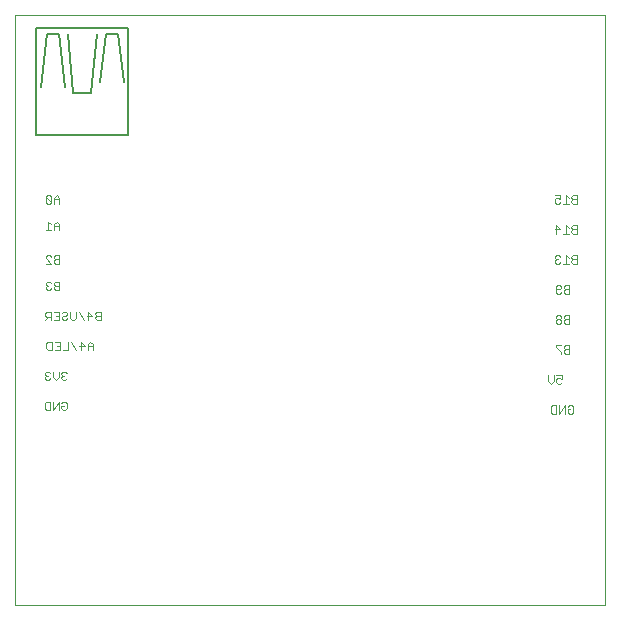
<source format=gbo>
G75*
%MOIN*%
%OFA0B0*%
%FSLAX25Y25*%
%IPPOS*%
%LPD*%
%AMOC8*
5,1,8,0,0,1.08239X$1,22.5*
%
%ADD10C,0.00000*%
%ADD11C,0.00300*%
%ADD12C,0.00500*%
D10*
X0001000Y0001800D02*
X0001000Y0198650D01*
X0197850Y0198650D01*
X0197850Y0001800D01*
X0001000Y0001800D01*
D11*
X0011474Y0066950D02*
X0011024Y0067400D01*
X0011024Y0069202D01*
X0011474Y0069652D01*
X0012825Y0069652D01*
X0012825Y0066950D01*
X0011474Y0066950D01*
X0013786Y0066950D02*
X0013786Y0069652D01*
X0015588Y0069652D02*
X0013786Y0066950D01*
X0015588Y0066950D02*
X0015588Y0069652D01*
X0016548Y0069202D02*
X0016999Y0069652D01*
X0017900Y0069652D01*
X0018350Y0069202D01*
X0018350Y0067400D01*
X0017900Y0066950D01*
X0016999Y0066950D01*
X0016548Y0067400D01*
X0016548Y0068301D01*
X0017449Y0068301D01*
X0016999Y0076950D02*
X0017900Y0076950D01*
X0018350Y0077400D01*
X0017449Y0078301D02*
X0016999Y0078301D01*
X0016548Y0077851D01*
X0016548Y0077400D01*
X0016999Y0076950D01*
X0016999Y0078301D02*
X0016548Y0078752D01*
X0016548Y0079202D01*
X0016999Y0079652D01*
X0017900Y0079652D01*
X0018350Y0079202D01*
X0015588Y0079652D02*
X0015588Y0077851D01*
X0014687Y0076950D01*
X0013786Y0077851D01*
X0013786Y0079652D01*
X0012825Y0079202D02*
X0012375Y0079652D01*
X0011474Y0079652D01*
X0011024Y0079202D01*
X0011024Y0078752D01*
X0011474Y0078301D01*
X0011024Y0077851D01*
X0011024Y0077400D01*
X0011474Y0076950D01*
X0012375Y0076950D01*
X0012825Y0077400D01*
X0011925Y0078301D02*
X0011474Y0078301D01*
X0011937Y0086950D02*
X0011487Y0087400D01*
X0011487Y0089202D01*
X0011937Y0089652D01*
X0013288Y0089652D01*
X0013288Y0086950D01*
X0011937Y0086950D01*
X0014249Y0086950D02*
X0016051Y0086950D01*
X0016051Y0089652D01*
X0014249Y0089652D01*
X0015150Y0088301D02*
X0016051Y0088301D01*
X0017011Y0086950D02*
X0018813Y0086950D01*
X0018813Y0089652D01*
X0019774Y0089652D02*
X0021575Y0086950D01*
X0022987Y0086950D02*
X0022987Y0089652D01*
X0024338Y0088301D01*
X0022536Y0088301D01*
X0025298Y0088301D02*
X0027100Y0088301D01*
X0027100Y0088752D02*
X0026199Y0089652D01*
X0025298Y0088752D01*
X0025298Y0086950D01*
X0027100Y0086950D02*
X0027100Y0088752D01*
X0028249Y0096950D02*
X0027798Y0097400D01*
X0027798Y0097851D01*
X0028249Y0098301D01*
X0029600Y0098301D01*
X0029600Y0096950D02*
X0029600Y0099652D01*
X0028249Y0099652D01*
X0027798Y0099202D01*
X0027798Y0098752D01*
X0028249Y0098301D01*
X0028249Y0096950D02*
X0029600Y0096950D01*
X0026838Y0098301D02*
X0025036Y0098301D01*
X0025487Y0096950D02*
X0025487Y0099652D01*
X0026838Y0098301D01*
X0024075Y0096950D02*
X0022274Y0099652D01*
X0021313Y0099652D02*
X0021313Y0097400D01*
X0020863Y0096950D01*
X0019962Y0096950D01*
X0019511Y0097400D01*
X0019511Y0099652D01*
X0018551Y0099202D02*
X0018551Y0098752D01*
X0018100Y0098301D01*
X0017199Y0098301D01*
X0016749Y0097851D01*
X0016749Y0097400D01*
X0017199Y0096950D01*
X0018100Y0096950D01*
X0018551Y0097400D01*
X0018551Y0099202D02*
X0018100Y0099652D01*
X0017199Y0099652D01*
X0016749Y0099202D01*
X0015788Y0099652D02*
X0015788Y0096950D01*
X0013987Y0096950D01*
X0013026Y0096950D02*
X0013026Y0099652D01*
X0011675Y0099652D01*
X0011224Y0099202D01*
X0011224Y0098301D01*
X0011675Y0097851D01*
X0013026Y0097851D01*
X0012125Y0097851D02*
X0011224Y0096950D01*
X0013987Y0099652D02*
X0015788Y0099652D01*
X0015788Y0098301D02*
X0014887Y0098301D01*
X0014499Y0106950D02*
X0015850Y0106950D01*
X0015850Y0109652D01*
X0014499Y0109652D01*
X0014048Y0109202D01*
X0014048Y0108752D01*
X0014499Y0108301D01*
X0015850Y0108301D01*
X0014499Y0108301D02*
X0014048Y0107851D01*
X0014048Y0107400D01*
X0014499Y0106950D01*
X0013088Y0107400D02*
X0012637Y0106950D01*
X0011737Y0106950D01*
X0011286Y0107400D01*
X0011286Y0107851D01*
X0011737Y0108301D01*
X0012187Y0108301D01*
X0011737Y0108301D02*
X0011286Y0108752D01*
X0011286Y0109202D01*
X0011737Y0109652D01*
X0012637Y0109652D01*
X0013088Y0109202D01*
X0013088Y0115700D02*
X0011286Y0115700D01*
X0011286Y0117502D02*
X0011286Y0117952D01*
X0011737Y0118402D01*
X0012637Y0118402D01*
X0013088Y0117952D01*
X0014048Y0117952D02*
X0014048Y0117502D01*
X0014499Y0117051D01*
X0015850Y0117051D01*
X0015850Y0115700D02*
X0015850Y0118402D01*
X0014499Y0118402D01*
X0014048Y0117952D01*
X0014499Y0117051D02*
X0014048Y0116601D01*
X0014048Y0116150D01*
X0014499Y0115700D01*
X0015850Y0115700D01*
X0013088Y0115700D02*
X0011286Y0117502D01*
X0011286Y0126950D02*
X0013088Y0126950D01*
X0012187Y0126950D02*
X0012187Y0129652D01*
X0013088Y0128752D01*
X0014048Y0128752D02*
X0014048Y0126950D01*
X0014048Y0128301D02*
X0015850Y0128301D01*
X0015850Y0128752D02*
X0015850Y0126950D01*
X0015850Y0128752D02*
X0014949Y0129652D01*
X0014048Y0128752D01*
X0014048Y0135700D02*
X0014048Y0137502D01*
X0014949Y0138402D01*
X0015850Y0137502D01*
X0015850Y0135700D01*
X0015850Y0137051D02*
X0014048Y0137051D01*
X0013088Y0136150D02*
X0011286Y0137952D01*
X0011286Y0136150D01*
X0011737Y0135700D01*
X0012637Y0135700D01*
X0013088Y0136150D01*
X0013088Y0137952D01*
X0012637Y0138402D01*
X0011737Y0138402D01*
X0011286Y0137952D01*
X0178786Y0078402D02*
X0178786Y0076601D01*
X0179687Y0075700D01*
X0180588Y0076601D01*
X0180588Y0078402D01*
X0181548Y0078402D02*
X0183350Y0078402D01*
X0183350Y0077051D01*
X0182449Y0077502D01*
X0181999Y0077502D01*
X0181548Y0077051D01*
X0181548Y0076150D01*
X0181999Y0075700D01*
X0182900Y0075700D01*
X0183350Y0076150D01*
X0182536Y0068402D02*
X0182536Y0065700D01*
X0184338Y0068402D01*
X0184338Y0065700D01*
X0185298Y0066150D02*
X0185298Y0067051D01*
X0186199Y0067051D01*
X0185298Y0066150D02*
X0185749Y0065700D01*
X0186650Y0065700D01*
X0187100Y0066150D01*
X0187100Y0067952D01*
X0186650Y0068402D01*
X0185749Y0068402D01*
X0185298Y0067952D01*
X0181575Y0068402D02*
X0181575Y0065700D01*
X0180224Y0065700D01*
X0179774Y0066150D01*
X0179774Y0067952D01*
X0180224Y0068402D01*
X0181575Y0068402D01*
X0183088Y0085700D02*
X0183088Y0086150D01*
X0181286Y0087952D01*
X0181286Y0088402D01*
X0183088Y0088402D01*
X0184048Y0087952D02*
X0184048Y0087502D01*
X0184499Y0087051D01*
X0185850Y0087051D01*
X0185850Y0085700D02*
X0184499Y0085700D01*
X0184048Y0086150D01*
X0184048Y0086601D01*
X0184499Y0087051D01*
X0184048Y0087952D02*
X0184499Y0088402D01*
X0185850Y0088402D01*
X0185850Y0085700D01*
X0185850Y0095700D02*
X0184499Y0095700D01*
X0184048Y0096150D01*
X0184048Y0096601D01*
X0184499Y0097051D01*
X0185850Y0097051D01*
X0185850Y0095700D02*
X0185850Y0098402D01*
X0184499Y0098402D01*
X0184048Y0097952D01*
X0184048Y0097502D01*
X0184499Y0097051D01*
X0183088Y0096601D02*
X0182637Y0097051D01*
X0181737Y0097051D01*
X0181286Y0096601D01*
X0181286Y0096150D01*
X0181737Y0095700D01*
X0182637Y0095700D01*
X0183088Y0096150D01*
X0183088Y0096601D01*
X0182637Y0097051D02*
X0183088Y0097502D01*
X0183088Y0097952D01*
X0182637Y0098402D01*
X0181737Y0098402D01*
X0181286Y0097952D01*
X0181286Y0097502D01*
X0181737Y0097051D01*
X0181737Y0105700D02*
X0181286Y0106150D01*
X0181286Y0107952D01*
X0181737Y0108402D01*
X0182637Y0108402D01*
X0183088Y0107952D01*
X0183088Y0107502D01*
X0182637Y0107051D01*
X0181286Y0107051D01*
X0181737Y0105700D02*
X0182637Y0105700D01*
X0183088Y0106150D01*
X0184048Y0106150D02*
X0184048Y0106601D01*
X0184499Y0107051D01*
X0185850Y0107051D01*
X0185850Y0105700D02*
X0184499Y0105700D01*
X0184048Y0106150D01*
X0184499Y0107051D02*
X0184048Y0107502D01*
X0184048Y0107952D01*
X0184499Y0108402D01*
X0185850Y0108402D01*
X0185850Y0105700D01*
X0185588Y0115700D02*
X0183786Y0115700D01*
X0184687Y0115700D02*
X0184687Y0118402D01*
X0185588Y0117502D01*
X0186548Y0117502D02*
X0186999Y0117051D01*
X0188350Y0117051D01*
X0188350Y0115700D02*
X0188350Y0118402D01*
X0186999Y0118402D01*
X0186548Y0117952D01*
X0186548Y0117502D01*
X0186999Y0117051D02*
X0186548Y0116601D01*
X0186548Y0116150D01*
X0186999Y0115700D01*
X0188350Y0115700D01*
X0182825Y0116150D02*
X0182375Y0115700D01*
X0181474Y0115700D01*
X0181024Y0116150D01*
X0181024Y0116601D01*
X0181474Y0117051D01*
X0181925Y0117051D01*
X0181474Y0117051D02*
X0181024Y0117502D01*
X0181024Y0117952D01*
X0181474Y0118402D01*
X0182375Y0118402D01*
X0182825Y0117952D01*
X0183786Y0125700D02*
X0185588Y0125700D01*
X0184687Y0125700D02*
X0184687Y0128402D01*
X0185588Y0127502D01*
X0186548Y0127502D02*
X0186999Y0127051D01*
X0188350Y0127051D01*
X0188350Y0125700D02*
X0188350Y0128402D01*
X0186999Y0128402D01*
X0186548Y0127952D01*
X0186548Y0127502D01*
X0186999Y0127051D02*
X0186548Y0126601D01*
X0186548Y0126150D01*
X0186999Y0125700D01*
X0188350Y0125700D01*
X0182825Y0127051D02*
X0181024Y0127051D01*
X0181474Y0125700D02*
X0181474Y0128402D01*
X0182825Y0127051D01*
X0182375Y0135700D02*
X0182825Y0136150D01*
X0182375Y0135700D02*
X0181474Y0135700D01*
X0181024Y0136150D01*
X0181024Y0137051D01*
X0181474Y0137502D01*
X0181925Y0137502D01*
X0182825Y0137051D01*
X0182825Y0138402D01*
X0181024Y0138402D01*
X0184687Y0138402D02*
X0184687Y0135700D01*
X0185588Y0135700D02*
X0183786Y0135700D01*
X0185588Y0137502D02*
X0184687Y0138402D01*
X0186548Y0137952D02*
X0186548Y0137502D01*
X0186999Y0137051D01*
X0188350Y0137051D01*
X0188350Y0135700D02*
X0188350Y0138402D01*
X0186999Y0138402D01*
X0186548Y0137952D01*
X0186999Y0137051D02*
X0186548Y0136601D01*
X0186548Y0136150D01*
X0186999Y0135700D01*
X0188350Y0135700D01*
D12*
X0038854Y0158631D02*
X0038854Y0194064D01*
X0008146Y0194064D01*
X0008146Y0158631D01*
X0038854Y0158631D01*
X0026453Y0172410D02*
X0020547Y0172410D01*
X0018579Y0192095D01*
X0015626Y0192095D02*
X0017594Y0174379D01*
X0009720Y0174379D02*
X0011689Y0192095D01*
X0015626Y0192095D01*
X0028421Y0192095D02*
X0026453Y0172410D01*
X0029406Y0176347D02*
X0031374Y0192095D01*
X0035311Y0192095D01*
X0037280Y0176347D01*
M02*

</source>
